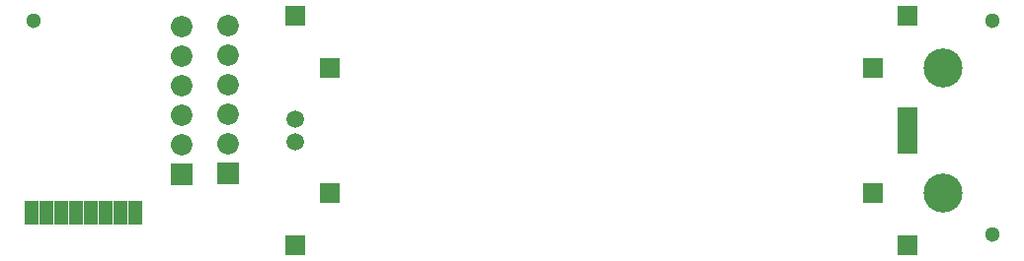
<source format=gbr>
G04 #@! TF.GenerationSoftware,KiCad,Pcbnew,5.1.5+dfsg1-2build2*
G04 #@! TF.CreationDate,2021-03-15T11:47:18+01:00*
G04 #@! TF.ProjectId,soil-moisture-sensor,736f696c-2d6d-46f6-9973-747572652d73,1.0*
G04 #@! TF.SameCoordinates,Original*
G04 #@! TF.FileFunction,Soldermask,Top*
G04 #@! TF.FilePolarity,Negative*
%FSLAX46Y46*%
G04 Gerber Fmt 4.6, Leading zero omitted, Abs format (unit mm)*
G04 Created by KiCad (PCBNEW 5.1.5+dfsg1-2build2) date 2021-03-15 11:47:18*
%MOMM*%
%LPD*%
G04 APERTURE LIST*
%ADD10R,1.674000X1.674000*%
%ADD11R,1.750000X2.050000*%
%ADD12C,1.500000*%
%ADD13R,1.150000X2.150000*%
%ADD14C,3.350000*%
%ADD15C,1.300000*%
%ADD16O,1.850000X1.850000*%
%ADD17R,1.850000X1.850000*%
G04 APERTURE END LIST*
D10*
X139550000Y-108800000D03*
D11*
X142550000Y-113250000D03*
D10*
X93050000Y-108800000D03*
D12*
X90010000Y-113250000D03*
D10*
X142550000Y-104350000D03*
X90050000Y-104350000D03*
D11*
X142550000Y-115150000D03*
D12*
X90010000Y-115150000D03*
D10*
X90050000Y-124050000D03*
X93050000Y-119600000D03*
X142550000Y-124050000D03*
X139550000Y-119600000D03*
D13*
X76290000Y-121300000D03*
X75020000Y-121300000D03*
X73750000Y-121300000D03*
X72480000Y-121300000D03*
X71210000Y-121300000D03*
X69940000Y-121300000D03*
X68670000Y-121300000D03*
X67400000Y-121300000D03*
D14*
X145600000Y-108800000D03*
D15*
X149810000Y-104760000D03*
X149840000Y-123100000D03*
X67600000Y-104760000D03*
D14*
X145600000Y-119600000D03*
D16*
X84300000Y-105180000D03*
X84300000Y-107720000D03*
X84300000Y-110260000D03*
X84300000Y-112800000D03*
X84300000Y-115340000D03*
D17*
X84300000Y-117880000D03*
D16*
X80300000Y-105230000D03*
X80300000Y-107770000D03*
X80300000Y-110310000D03*
X80300000Y-112850000D03*
X80300000Y-115390000D03*
D17*
X80300000Y-117930000D03*
M02*

</source>
